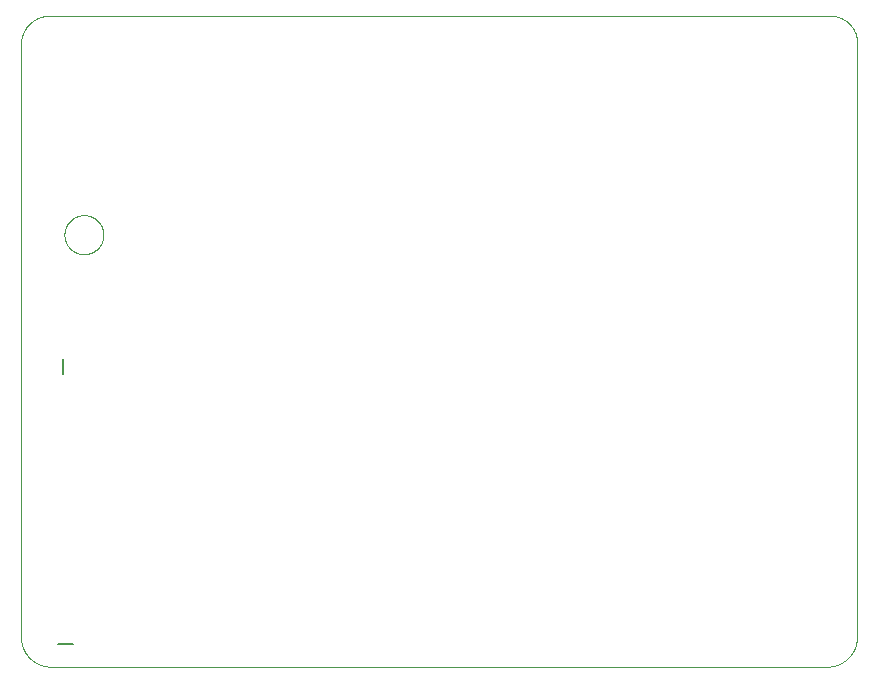
<source format=gbo>
G75*
%MOIN*%
%OFA0B0*%
%FSLAX25Y25*%
%IPPOS*%
%LPD*%
%AMOC8*
5,1,8,0,0,1.08239X$1,22.5*
%
%ADD10C,0.00000*%
%ADD11C,0.00800*%
D10*
X0013520Y0011000D02*
X0013520Y0208961D01*
X0013535Y0209190D01*
X0013555Y0209419D01*
X0013581Y0209648D01*
X0013613Y0209876D01*
X0013650Y0210102D01*
X0013692Y0210328D01*
X0013740Y0210553D01*
X0013793Y0210777D01*
X0013852Y0210999D01*
X0013916Y0211220D01*
X0013985Y0211439D01*
X0014060Y0211657D01*
X0014140Y0211872D01*
X0014225Y0212086D01*
X0014315Y0212297D01*
X0014410Y0212506D01*
X0014510Y0212713D01*
X0014616Y0212918D01*
X0014726Y0213119D01*
X0014841Y0213319D01*
X0014960Y0213515D01*
X0015085Y0213708D01*
X0015214Y0213898D01*
X0015348Y0214085D01*
X0015486Y0214269D01*
X0015628Y0214449D01*
X0015775Y0214626D01*
X0015926Y0214799D01*
X0016082Y0214969D01*
X0016241Y0215135D01*
X0016404Y0215297D01*
X0016571Y0215455D01*
X0016742Y0215608D01*
X0016917Y0215758D01*
X0017095Y0215903D01*
X0017276Y0216044D01*
X0017461Y0216181D01*
X0017649Y0216313D01*
X0017841Y0216440D01*
X0018035Y0216563D01*
X0018232Y0216681D01*
X0018432Y0216795D01*
X0018635Y0216903D01*
X0018840Y0217007D01*
X0019048Y0217105D01*
X0019258Y0217199D01*
X0019470Y0217287D01*
X0019684Y0217370D01*
X0019901Y0217448D01*
X0020119Y0217521D01*
X0020339Y0217588D01*
X0020560Y0217650D01*
X0020783Y0217707D01*
X0021007Y0217759D01*
X0021232Y0217804D01*
X0021458Y0217845D01*
X0021686Y0217880D01*
X0021913Y0217909D01*
X0022142Y0217933D01*
X0022371Y0217952D01*
X0022601Y0217965D01*
X0022831Y0217972D01*
X0023060Y0217974D01*
X0023290Y0217970D01*
X0023520Y0217961D01*
X0282205Y0217961D01*
X0282423Y0217982D01*
X0282642Y0217998D01*
X0282861Y0218009D01*
X0283080Y0218015D01*
X0283299Y0218016D01*
X0283518Y0218011D01*
X0283737Y0218000D01*
X0283956Y0217985D01*
X0284174Y0217964D01*
X0284392Y0217938D01*
X0284609Y0217907D01*
X0284825Y0217870D01*
X0285040Y0217828D01*
X0285254Y0217782D01*
X0285467Y0217729D01*
X0285679Y0217672D01*
X0285889Y0217610D01*
X0286097Y0217543D01*
X0286304Y0217470D01*
X0286509Y0217393D01*
X0286713Y0217310D01*
X0286914Y0217223D01*
X0287113Y0217131D01*
X0287309Y0217034D01*
X0287504Y0216933D01*
X0287695Y0216827D01*
X0287884Y0216716D01*
X0288071Y0216601D01*
X0288254Y0216481D01*
X0288435Y0216356D01*
X0288613Y0216228D01*
X0288787Y0216095D01*
X0288958Y0215958D01*
X0289126Y0215817D01*
X0289290Y0215672D01*
X0289451Y0215523D01*
X0289608Y0215370D01*
X0289762Y0215214D01*
X0289911Y0215053D01*
X0290057Y0214890D01*
X0290198Y0214722D01*
X0290336Y0214552D01*
X0290469Y0214378D01*
X0290598Y0214200D01*
X0290723Y0214020D01*
X0290844Y0213837D01*
X0290960Y0213651D01*
X0291071Y0213462D01*
X0291178Y0213271D01*
X0291280Y0213077D01*
X0291378Y0212881D01*
X0291470Y0212682D01*
X0291558Y0212481D01*
X0291641Y0212278D01*
X0291719Y0212074D01*
X0291793Y0211867D01*
X0291861Y0211659D01*
X0291924Y0211449D01*
X0291982Y0211237D01*
X0292034Y0211024D01*
X0292082Y0210810D01*
X0292125Y0210595D01*
X0292162Y0210379D01*
X0292194Y0210163D01*
X0292221Y0209945D01*
X0292220Y0209945D02*
X0292220Y0011000D01*
X0292217Y0010758D01*
X0292208Y0010517D01*
X0292194Y0010276D01*
X0292173Y0010035D01*
X0292147Y0009795D01*
X0292115Y0009555D01*
X0292077Y0009316D01*
X0292034Y0009079D01*
X0291984Y0008842D01*
X0291929Y0008607D01*
X0291869Y0008373D01*
X0291802Y0008141D01*
X0291731Y0007910D01*
X0291653Y0007681D01*
X0291570Y0007454D01*
X0291482Y0007229D01*
X0291388Y0007006D01*
X0291289Y0006786D01*
X0291184Y0006568D01*
X0291075Y0006353D01*
X0290960Y0006140D01*
X0290840Y0005930D01*
X0290715Y0005724D01*
X0290585Y0005520D01*
X0290450Y0005319D01*
X0290310Y0005122D01*
X0290166Y0004928D01*
X0290017Y0004738D01*
X0289863Y0004552D01*
X0289705Y0004369D01*
X0289543Y0004190D01*
X0289376Y0004015D01*
X0289205Y0003844D01*
X0289030Y0003677D01*
X0288851Y0003515D01*
X0288668Y0003357D01*
X0288482Y0003203D01*
X0288292Y0003054D01*
X0288098Y0002910D01*
X0287901Y0002770D01*
X0287700Y0002635D01*
X0287496Y0002505D01*
X0287290Y0002380D01*
X0287080Y0002260D01*
X0286867Y0002145D01*
X0286652Y0002036D01*
X0286434Y0001931D01*
X0286214Y0001832D01*
X0285991Y0001738D01*
X0285766Y0001650D01*
X0285539Y0001567D01*
X0285310Y0001489D01*
X0285079Y0001418D01*
X0284847Y0001351D01*
X0284613Y0001291D01*
X0284378Y0001236D01*
X0284141Y0001186D01*
X0283904Y0001143D01*
X0283665Y0001105D01*
X0283425Y0001073D01*
X0283185Y0001047D01*
X0282944Y0001026D01*
X0282703Y0001012D01*
X0282462Y0001003D01*
X0282220Y0001000D01*
X0023520Y0001000D01*
X0023278Y0001003D01*
X0023037Y0001012D01*
X0022796Y0001026D01*
X0022555Y0001047D01*
X0022315Y0001073D01*
X0022075Y0001105D01*
X0021836Y0001143D01*
X0021599Y0001186D01*
X0021362Y0001236D01*
X0021127Y0001291D01*
X0020893Y0001351D01*
X0020661Y0001418D01*
X0020430Y0001489D01*
X0020201Y0001567D01*
X0019974Y0001650D01*
X0019749Y0001738D01*
X0019526Y0001832D01*
X0019306Y0001931D01*
X0019088Y0002036D01*
X0018873Y0002145D01*
X0018660Y0002260D01*
X0018450Y0002380D01*
X0018244Y0002505D01*
X0018040Y0002635D01*
X0017839Y0002770D01*
X0017642Y0002910D01*
X0017448Y0003054D01*
X0017258Y0003203D01*
X0017072Y0003357D01*
X0016889Y0003515D01*
X0016710Y0003677D01*
X0016535Y0003844D01*
X0016364Y0004015D01*
X0016197Y0004190D01*
X0016035Y0004369D01*
X0015877Y0004552D01*
X0015723Y0004738D01*
X0015574Y0004928D01*
X0015430Y0005122D01*
X0015290Y0005319D01*
X0015155Y0005520D01*
X0015025Y0005724D01*
X0014900Y0005930D01*
X0014780Y0006140D01*
X0014665Y0006353D01*
X0014556Y0006568D01*
X0014451Y0006786D01*
X0014352Y0007006D01*
X0014258Y0007229D01*
X0014170Y0007454D01*
X0014087Y0007681D01*
X0014009Y0007910D01*
X0013938Y0008141D01*
X0013871Y0008373D01*
X0013811Y0008607D01*
X0013756Y0008842D01*
X0013706Y0009079D01*
X0013663Y0009316D01*
X0013625Y0009555D01*
X0013593Y0009795D01*
X0013567Y0010035D01*
X0013546Y0010276D01*
X0013532Y0010517D01*
X0013523Y0010758D01*
X0013520Y0011000D01*
X0028020Y0145000D02*
X0028022Y0145161D01*
X0028028Y0145321D01*
X0028038Y0145482D01*
X0028052Y0145642D01*
X0028070Y0145802D01*
X0028091Y0145961D01*
X0028117Y0146120D01*
X0028147Y0146278D01*
X0028180Y0146435D01*
X0028218Y0146592D01*
X0028259Y0146747D01*
X0028304Y0146901D01*
X0028353Y0147054D01*
X0028406Y0147206D01*
X0028462Y0147357D01*
X0028523Y0147506D01*
X0028586Y0147654D01*
X0028654Y0147800D01*
X0028725Y0147944D01*
X0028799Y0148086D01*
X0028877Y0148227D01*
X0028959Y0148365D01*
X0029044Y0148502D01*
X0029132Y0148636D01*
X0029224Y0148768D01*
X0029319Y0148898D01*
X0029417Y0149026D01*
X0029518Y0149151D01*
X0029622Y0149273D01*
X0029729Y0149393D01*
X0029839Y0149510D01*
X0029952Y0149625D01*
X0030068Y0149736D01*
X0030187Y0149845D01*
X0030308Y0149950D01*
X0030432Y0150053D01*
X0030558Y0150153D01*
X0030686Y0150249D01*
X0030817Y0150342D01*
X0030951Y0150432D01*
X0031086Y0150519D01*
X0031224Y0150602D01*
X0031363Y0150682D01*
X0031505Y0150758D01*
X0031648Y0150831D01*
X0031793Y0150900D01*
X0031940Y0150966D01*
X0032088Y0151028D01*
X0032238Y0151086D01*
X0032389Y0151141D01*
X0032542Y0151192D01*
X0032696Y0151239D01*
X0032851Y0151282D01*
X0033007Y0151321D01*
X0033163Y0151357D01*
X0033321Y0151388D01*
X0033479Y0151416D01*
X0033638Y0151440D01*
X0033798Y0151460D01*
X0033958Y0151476D01*
X0034118Y0151488D01*
X0034279Y0151496D01*
X0034440Y0151500D01*
X0034600Y0151500D01*
X0034761Y0151496D01*
X0034922Y0151488D01*
X0035082Y0151476D01*
X0035242Y0151460D01*
X0035402Y0151440D01*
X0035561Y0151416D01*
X0035719Y0151388D01*
X0035877Y0151357D01*
X0036033Y0151321D01*
X0036189Y0151282D01*
X0036344Y0151239D01*
X0036498Y0151192D01*
X0036651Y0151141D01*
X0036802Y0151086D01*
X0036952Y0151028D01*
X0037100Y0150966D01*
X0037247Y0150900D01*
X0037392Y0150831D01*
X0037535Y0150758D01*
X0037677Y0150682D01*
X0037816Y0150602D01*
X0037954Y0150519D01*
X0038089Y0150432D01*
X0038223Y0150342D01*
X0038354Y0150249D01*
X0038482Y0150153D01*
X0038608Y0150053D01*
X0038732Y0149950D01*
X0038853Y0149845D01*
X0038972Y0149736D01*
X0039088Y0149625D01*
X0039201Y0149510D01*
X0039311Y0149393D01*
X0039418Y0149273D01*
X0039522Y0149151D01*
X0039623Y0149026D01*
X0039721Y0148898D01*
X0039816Y0148768D01*
X0039908Y0148636D01*
X0039996Y0148502D01*
X0040081Y0148365D01*
X0040163Y0148227D01*
X0040241Y0148086D01*
X0040315Y0147944D01*
X0040386Y0147800D01*
X0040454Y0147654D01*
X0040517Y0147506D01*
X0040578Y0147357D01*
X0040634Y0147206D01*
X0040687Y0147054D01*
X0040736Y0146901D01*
X0040781Y0146747D01*
X0040822Y0146592D01*
X0040860Y0146435D01*
X0040893Y0146278D01*
X0040923Y0146120D01*
X0040949Y0145961D01*
X0040970Y0145802D01*
X0040988Y0145642D01*
X0041002Y0145482D01*
X0041012Y0145321D01*
X0041018Y0145161D01*
X0041020Y0145000D01*
X0041018Y0144839D01*
X0041012Y0144679D01*
X0041002Y0144518D01*
X0040988Y0144358D01*
X0040970Y0144198D01*
X0040949Y0144039D01*
X0040923Y0143880D01*
X0040893Y0143722D01*
X0040860Y0143565D01*
X0040822Y0143408D01*
X0040781Y0143253D01*
X0040736Y0143099D01*
X0040687Y0142946D01*
X0040634Y0142794D01*
X0040578Y0142643D01*
X0040517Y0142494D01*
X0040454Y0142346D01*
X0040386Y0142200D01*
X0040315Y0142056D01*
X0040241Y0141914D01*
X0040163Y0141773D01*
X0040081Y0141635D01*
X0039996Y0141498D01*
X0039908Y0141364D01*
X0039816Y0141232D01*
X0039721Y0141102D01*
X0039623Y0140974D01*
X0039522Y0140849D01*
X0039418Y0140727D01*
X0039311Y0140607D01*
X0039201Y0140490D01*
X0039088Y0140375D01*
X0038972Y0140264D01*
X0038853Y0140155D01*
X0038732Y0140050D01*
X0038608Y0139947D01*
X0038482Y0139847D01*
X0038354Y0139751D01*
X0038223Y0139658D01*
X0038089Y0139568D01*
X0037954Y0139481D01*
X0037816Y0139398D01*
X0037677Y0139318D01*
X0037535Y0139242D01*
X0037392Y0139169D01*
X0037247Y0139100D01*
X0037100Y0139034D01*
X0036952Y0138972D01*
X0036802Y0138914D01*
X0036651Y0138859D01*
X0036498Y0138808D01*
X0036344Y0138761D01*
X0036189Y0138718D01*
X0036033Y0138679D01*
X0035877Y0138643D01*
X0035719Y0138612D01*
X0035561Y0138584D01*
X0035402Y0138560D01*
X0035242Y0138540D01*
X0035082Y0138524D01*
X0034922Y0138512D01*
X0034761Y0138504D01*
X0034600Y0138500D01*
X0034440Y0138500D01*
X0034279Y0138504D01*
X0034118Y0138512D01*
X0033958Y0138524D01*
X0033798Y0138540D01*
X0033638Y0138560D01*
X0033479Y0138584D01*
X0033321Y0138612D01*
X0033163Y0138643D01*
X0033007Y0138679D01*
X0032851Y0138718D01*
X0032696Y0138761D01*
X0032542Y0138808D01*
X0032389Y0138859D01*
X0032238Y0138914D01*
X0032088Y0138972D01*
X0031940Y0139034D01*
X0031793Y0139100D01*
X0031648Y0139169D01*
X0031505Y0139242D01*
X0031363Y0139318D01*
X0031224Y0139398D01*
X0031086Y0139481D01*
X0030951Y0139568D01*
X0030817Y0139658D01*
X0030686Y0139751D01*
X0030558Y0139847D01*
X0030432Y0139947D01*
X0030308Y0140050D01*
X0030187Y0140155D01*
X0030068Y0140264D01*
X0029952Y0140375D01*
X0029839Y0140490D01*
X0029729Y0140607D01*
X0029622Y0140727D01*
X0029518Y0140849D01*
X0029417Y0140974D01*
X0029319Y0141102D01*
X0029224Y0141232D01*
X0029132Y0141364D01*
X0029044Y0141498D01*
X0028959Y0141635D01*
X0028877Y0141773D01*
X0028799Y0141914D01*
X0028725Y0142056D01*
X0028654Y0142200D01*
X0028586Y0142346D01*
X0028523Y0142494D01*
X0028462Y0142643D01*
X0028406Y0142794D01*
X0028353Y0142946D01*
X0028304Y0143099D01*
X0028259Y0143253D01*
X0028218Y0143408D01*
X0028180Y0143565D01*
X0028147Y0143722D01*
X0028117Y0143880D01*
X0028091Y0144039D01*
X0028070Y0144198D01*
X0028052Y0144358D01*
X0028038Y0144518D01*
X0028028Y0144679D01*
X0028022Y0144839D01*
X0028020Y0145000D01*
D11*
X0027445Y0103500D02*
X0027445Y0098500D01*
X0026020Y0008681D02*
X0031020Y0008681D01*
M02*

</source>
